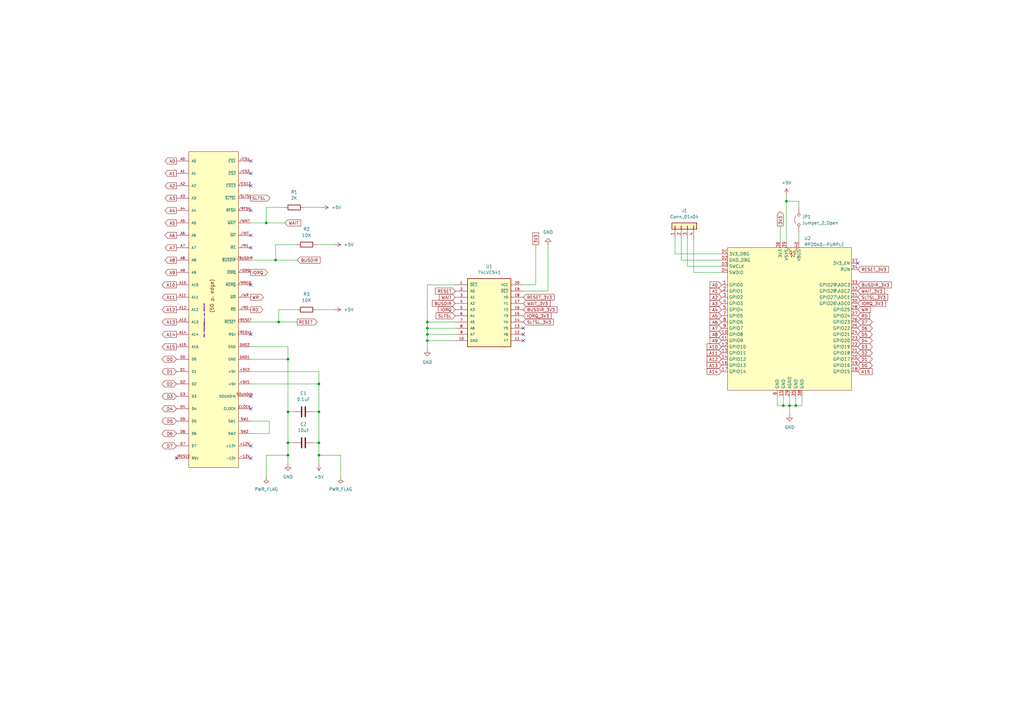
<source format=kicad_sch>
(kicad_sch (version 20231120) (generator "eeschema") (generator_version "8.0")
  (paper "A3")
  (title_block (title "MSX PicoVerse 2040") (date "2024-12-10") (rev "1.0") (company "The Retro Hacker") (comment 1 "Version connecting Pico GPIO pins directly to 5V") (comment 2 "Based on the ALIEXPRESS RP2040-PURPLE board") (comment 3 "The MSX experience driven by the RaspBerry Pico") (comment 4 "MSX PicoVerse 2040"))
  (lib_symbols
    (symbol "74LVC541AD_112:74LVC541AD_112" (pin_names (offset 1.016))
      (property "Reference" "IC" (at 24.13 7.62 0))
      (property "Value" "74LVC541AD_112" (at 24.13 5.08 0))
      (symbol "74LVC541AD_112_0_0"
        (rectangle (start 5.08 2.54) (end 22.86 -25.4) (stroke (width 0.254)) (fill (type background)))
        (pin bidirectional line (at 27.94 -22.86 180) (length 5.08) (name "Y7") (number "11"))
        (pin bidirectional line (at 27.94 -20.32 180) (length 5.08) (name "Y6") (number "12"))
        (pin bidirectional line (at 27.94 -17.78 180) (length 5.08) (name "Y5") (number "13"))
        (pin bidirectional line (at 27.94 -15.24 180) (length 5.08) (name "Y4") (number "14"))
        (pin bidirectional line (at 27.94 -12.7 180) (length 5.08) (name "Y3") (number "15"))
        (pin bidirectional line (at 27.94 -10.16 180) (length 5.08) (name "Y2") (number "16"))
        (pin bidirectional line (at 27.94 -7.62 180) (length 5.08) (name "Y1") (number "17"))
        (pin bidirectional line (at 27.94 -5.08 180) (length 5.08) (name "Y0") (number "18"))
        (pin bidirectional line (at 0 -2.54 0) (length 5.08) (name "A0") (number "2"))
        (pin bidirectional line (at 0 -5.08 0) (length 5.08) (name "A1") (number "3"))
        (pin bidirectional line (at 0 -7.62 0) (length 5.08) (name "A2") (number "4"))
        (pin bidirectional line (at 0 -10.16 0) (length 5.08) (name "A3") (number "5"))
        (pin bidirectional line (at 0 -12.7 0) (length 5.08) (name "A4") (number "6"))
        (pin bidirectional line (at 0 -15.24 0) (length 5.08) (name "A5") (number "7"))
        (pin bidirectional line (at 0 -17.78 0) (length 5.08) (name "A6") (number "8"))
        (pin bidirectional line (at 0 -20.32 0) (length 5.08) (name "A7") (number "9"))
      )
      (symbol "74LVC541AD_112_1_0"
        (pin passive line (at 0 0 0) (length 5.08) (name "~{OE1}") (number "1"))
        (pin power_in line (at 0 -22.86 0) (length 5.08) (name "GND") (number "10"))
        (pin passive line (at 27.94 -2.54 180) (length 5.08) (name "~{OE2}") (number "19"))
        (pin power_in line (at 27.94 0 180) (length 5.08) (name "VCC") (number "20"))
      )
    )
    (symbol "Connector_Generic:Conn_01x04" (pin_names (offset 1.016) hide)
      (property "Reference" "J" (at 0 5.08 0))
      (property "Value" "Conn_01x04" (at 0 -7.62 0))
      (symbol "Conn_01x04_1_1"
        (rectangle (start -1.27 -4.953) (end 0 -5.207) (stroke (width 0.1524)))
        (rectangle (start -1.27 -2.413) (end 0 -2.667) (stroke (width 0.1524)))
        (rectangle (start -1.27 0.127) (end 0 -0.127) (stroke (width 0.1524)))
        (rectangle (start -1.27 2.667) (end 0 2.413) (stroke (width 0.1524)))
        (rectangle (start -1.27 3.81) (end 1.27 -6.35) (stroke (width 0.254)) (fill (type background)))
        (pin passive line (at -5.08 2.54 0) (length 3.81) (name "Pin_1") (number "1"))
        (pin passive line (at -5.08 0 0) (length 3.81) (name "Pin_2") (number "2"))
        (pin passive line (at -5.08 -2.54 0) (length 3.81) (name "Pin_3") (number "3"))
        (pin passive line (at -5.08 -5.08 0) (length 3.81) (name "Pin_4") (number "4"))
      )
    )
    (symbol "Device:C" (pin_numbers hide) (pin_names (offset 0.254))
      (property "Reference" "C" (at 0.635 2.54 0))
      (property "Value" "C" (at 0.635 -2.54 0))
      (symbol "C_0_1"
        (polyline (pts (xy -2.032 -0.762) (xy 2.032 -0.762)) (stroke (width 0.508)))
        (polyline (pts (xy -2.032 0.762) (xy 2.032 0.762)) (stroke (width 0.508)))
      )
      (symbol "C_1_1"
        (pin passive line (at 0 3.81 270) (length 2.794) (name "~") (number "1"))
        (pin passive line (at 0 -3.81 90) (length 2.794) (name "~") (number "2"))
      )
    )
    (symbol "Device:R" (pin_numbers hide) (pin_names (offset 0))
      (property "Reference" "R" (at 2.032 0 90))
      (property "Value" "R" (at 0 0 90))
      (symbol "R_0_1"
        (rectangle (start -1.016 -2.54) (end 1.016 2.54) (stroke (width 0.254)))
      )
      (symbol "R_1_1"
        (pin passive line (at 0 3.81 270) (length 1.27) (name "~") (number "1"))
        (pin passive line (at 0 -3.81 90) (length 1.27) (name "~") (number "2"))
      )
    )
    (symbol "Jumper:Jumper_2_Open" (pin_numbers hide) (pin_names (offset 0) hide) (exclude_from_sim yes)
      (property "Reference" "JP" (at 0 2.794 0))
      (property "Value" "Jumper_2_Open" (at 0 -2.286 0))
      (symbol "Jumper_2_Open_0_0"
        (circle (center -2.032 0) (radius 0.508))
        (circle (center 2.032 0) (radius 0.508))
      )
      (symbol "Jumper_2_Open_0_1"
        (arc (start 1.524 1.27) (mid 0 1.778) (end -1.524 1.27))
      )
      (symbol "Jumper_2_Open_1_1"
        (pin passive line (at -5.08 0 0) (length 2.54) (name "A") (number "1"))
        (pin passive line (at 5.08 0 180) (length 2.54) (name "B") (number "2"))
      )
    )
    (symbol "RP2040-PURPLE:RP2040-PURPLE"
      (property "Reference" "U" (at 0 0 0))
      (symbol "RP2040-PURPLE_0_1"
        (polyline (pts (xy -1.27 27.94) (xy 0 27.305) (xy 0 25.4) (xy 0.635 25.4)))
        (polyline (pts (xy 0.635 25.4) (xy 1.905 26.67) (xy 1.905 24.13) (xy 0.635 25.4)))
        (polyline (pts (xy 3.81 27.94) (xy 2.54 27.305) (xy 2.54 25.4) (xy 1.905 25.4)))
        (polyline (pts (xy 0.381 26.416) (xy 0.381 26.67) (xy 0.635 26.67) (xy 0.635 24.13) (xy 0.889 24.13) (xy 0.889 24.384)))
      )
      (symbol "RP2040-PURPLE_1_1"
        (rectangle (start -25.4 27.94) (end 25.4 -30.48) (fill (type background)))
        (pin bidirectional line (at -27.94 12.7 0) (length 2.54) (name "GPIO0") (number "1"))
        (pin bidirectional line (at -27.94 -7.62 0) (length 2.54) (name "GPIO8") (number "10"))
        (pin bidirectional line (at -27.94 -10.16 0) (length 2.54) (name "GPIO9") (number "11"))
        (pin bidirectional line (at -27.94 -12.7 0) (length 2.54) (name "GPIO10") (number "12"))
        (pin bidirectional line (at -27.94 -15.24 0) (length 2.54) (name "GPIO11") (number "13"))
        (pin bidirectional line (at -27.94 -17.78 0) (length 2.54) (name "GPIO12") (number "14"))
        (pin power_in line (at -2.54 -33.02 90) (length 2.54) (name "GND") (number "15"))
        (pin bidirectional line (at -27.94 -20.32 0) (length 2.54) (name "GPIO13") (number "16"))
        (pin bidirectional line (at -27.94 -22.86 0) (length 2.54) (name "GPIO14") (number "17"))
        (pin bidirectional line (at 27.94 -22.86 180) (length 2.54) (name "GPIO15") (number "18"))
        (pin bidirectional line (at 27.94 -20.32 180) (length 2.54) (name "GPIO16") (number "19"))
        (pin bidirectional line (at -27.94 10.16 0) (length 2.54) (name "GPIO1") (number "2"))
        (pin bidirectional line (at 27.94 -17.78 180) (length 2.54) (name "GPIO17") (number "20"))
        (pin bidirectional line (at 27.94 -15.24 180) (length 2.54) (name "GPIO18") (number "21"))
        (pin bidirectional line (at 27.94 -12.7 180) (length 2.54) (name "GPIO19") (number "22"))
        (pin bidirectional line (at 27.94 -10.16 180) (length 2.54) (name "GPIO20") (number "23"))
        (pin bidirectional line (at 27.94 -7.62 180) (length 2.54) (name "GPIO21") (number "24"))
        (pin bidirectional line (at 27.94 -5.08 180) (length 2.54) (name "GPIO22") (number "25"))
        (pin bidirectional line (at 27.94 -2.54 180) (length 2.54) (name "GPIO23") (number "26"))
        (pin bidirectional line (at 27.94 0 180) (length 2.54) (name "GPIO24") (number "27"))
        (pin bidirectional line (at 27.94 2.54 180) (length 2.54) (name "GPIO25") (number "28"))
        (pin power_in line (at 0 -33.02 90) (length 2.54) (name "AGND") (number "29"))
        (pin bidirectional line (at -27.94 7.62 0) (length 2.54) (name "GPIO2") (number "3"))
        (pin bidirectional line (at 27.94 5.08 180) (length 2.54) (name "GPIO26\\ADC0") (number "30"))
        (pin bidirectional line (at 27.94 7.62 180) (length 2.54) (name "GPIO27\\ADC1") (number "31"))
        (pin bidirectional line (at 27.94 10.16 180) (length 2.54) (name "GPIO28\\ADC2") (number "32"))
        (pin bidirectional line (at 27.94 12.7 180) (length 2.54) (name "GPIO29\\ADC3") (number "33"))
        (pin input line (at 27.94 19.05 180) (length 2.54) (name "RUN") (number "34"))
        (pin power_in line (at 2.54 -33.02 90) (length 2.54) (name "GND") (number "35"))
        (pin power_out line (at -3.81 30.48 270) (length 2.54) (name "3V3") (number "36"))
        (pin input line (at 27.94 21.59 180) (length 2.54) (name "3V3_EN") (number "37"))
        (pin power_in line (at 5.08 -33.02 90) (length 2.54) (name "GND") (number "38"))
        (pin power_in line (at -1.27 30.48 270) (length 2.54) (name "VSYS") (number "39"))
        (pin bidirectional line (at -27.94 5.08 0) (length 2.54) (name "GPIO3") (number "4"))
        (pin power_out line (at 3.81 30.48 270) (length 2.54) (name "VBUS") (number "40"))
        (pin bidirectional line (at -27.94 2.54 0) (length 2.54) (name "GPIO4") (number "5"))
        (pin power_in line (at -5.08 -33.02 90) (length 2.54) (name "GND") (number "6"))
        (pin bidirectional line (at -27.94 0 0) (length 2.54) (name "GPIO5") (number "7"))
        (pin bidirectional line (at -27.94 -2.54 0) (length 2.54) (name "GPIO6") (number "8"))
        (pin bidirectional line (at -27.94 -5.08 0) (length 2.54) (name "GPIO7") (number "9"))
        (pin power_out line (at -27.94 25.4 0) (length 2.54) (name "3V3_DBG") (number "D1"))
        (pin power_in line (at -27.94 22.86 0) (length 2.54) (name "GND_DBG") (number "D2"))
        (pin input line (at -27.94 20.32 0) (length 2.54) (name "SWCLK") (number "D3"))
        (pin bidirectional line (at -27.94 17.78 0) (length 2.54) (name "SWDIO") (number "D4"))
      )
    )
    (symbol "msx-con:MSX_CON" (pin_names (offset 1.016))
      (symbol "MSX_CON_1_0"
        (rectangle (start -59.69 10.16) (end 69.85 -10.16) (fill (type background)))
        (text "(50 p. edge)" (at 10.7442 0.7112 0) (effects (font (size 1.4224 1.4224))))
      )
      (symbol "MSX_CON_1_1"
        (pin power_out line (at -50.8 -15.24 90) (length 5.08) (name "+12V") (number "+12V"))
        (pin power_in line (at -25.4 -15.24 90) (length 5.08) (name "+5V") (number "+5V1"))
        (pin power_in line (at -20.32 -15.24 90) (length 5.08) (name "+5V") (number "+5V2"))
        (pin power_out line (at -55.88 -15.24 90) (length 5.08) (name "-12V") (number "-12V"))
        (pin input line (at 25.4 -15.24 90) (length 5.08) (name "~{BUSDIR}") (number "/BUSDIR"))
        (pin output line (at 66.04 -15.24 90) (length 5.08) (name "~{CS1}") (number "/CS1"))
        (pin output line (at 55.88 -15.24 90) (length 5.08) (name "~{CS12}") (number "/CS12"))
        (pin output line (at 60.96 -15.24 90) (length 5.08) (name "~{CS2}") (number "/CS2"))
        (pin input line (at 35.56 -15.24 90) (length 5.08) (name "~{INT}") (number "/INT"))
        (pin output line (at 20.32 -15.24 90) (length 5.08) (name "~{IORQ}") (number "/IORQ"))
        (pin output line (at 30.48 -15.24 90) (length 5.08) (name "~{M1}") (number "/M1"))
        (pin output line (at 15.24 -15.24 90) (length 5.08) (name "~{MERQ}") (number "/MREQ"))
        (pin output line (at 5.08 -15.24 90) (length 5.08) (name "~{RD}") (number "/RD"))
        (pin output line (at 0 -15.24 90) (length 5.08) (name "~{RESET}") (number "/RESET"))
        (pin unspecified line (at -5.08 -15.24 90) (length 5.08) (name "RSV") (number "/RESV1"))
        (pin unspecified line (at -55.88 15.24 270) (length 5.08) (name "RSV") (number "/RESV2"))
        (pin output line (at 45.72 -15.24 90) (length 5.08) (name "~{RFSH}") (number "/RFSH"))
        (pin output line (at 50.8 -15.24 90) (length 5.08) (name "~{SLTSL}") (number "/SLTSL"))
        (pin input line (at 40.64 -15.24 90) (length 5.08) (name "~{WAIT}") (number "/WAIT"))
        (pin output line (at 10.16 -15.24 90) (length 5.08) (name "~{WR}") (number "/WR"))
        (pin output line (at 66.04 15.24 270) (length 5.08) (name "A0") (number "A0"))
        (pin output line (at 60.96 15.24 270) (length 5.08) (name "A1") (number "A1"))
        (pin output line (at 15.24 15.24 270) (length 5.08) (name "A10") (number "A10"))
        (pin output line (at 10.16 15.24 270) (length 5.08) (name "A11") (number "A11"))
        (pin output line (at 5.08 15.24 270) (length 5.08) (name "A12") (number "A12"))
        (pin output line (at 0 15.24 270) (length 5.08) (name "A13") (number "A13"))
        (pin output line (at -5.08 15.24 270) (length 5.08) (name "A14") (number "A14"))
        (pin output line (at -10.16 15.24 270) (length 5.08) (name "A15") (number "A15"))
        (pin output line (at 55.88 15.24 270) (length 5.08) (name "A2") (number "A2"))
        (pin output line (at 50.8 15.24 270) (length 5.08) (name "A3") (number "A3"))
        (pin output line (at 45.72 15.24 270) (length 5.08) (name "A4") (number "A4"))
        (pin output line (at 40.64 15.24 270) (length 5.08) (name "A5") (number "A5"))
        (pin output line (at 35.56 15.24 270) (length 5.08) (name "A6") (number "A6"))
        (pin output line (at 30.48 15.24 270) (length 5.08) (name "A7") (number "A7"))
        (pin output line (at 25.4 15.24 270) (length 5.08) (name "A8") (number "A8"))
        (pin output line (at 20.32 15.24 270) (length 5.08) (name "A9") (number "A9"))
        (pin output line (at -35.56 -15.24 90) (length 5.08) (name "CLOCK") (number "CLOCK"))
        (pin bidirectional line (at -15.24 15.24 270) (length 5.08) (name "D0") (number "D0"))
        (pin bidirectional line (at -20.32 15.24 270) (length 5.08) (name "D1") (number "D1"))
        (pin bidirectional line (at -25.4 15.24 270) (length 5.08) (name "D2") (number "D2"))
        (pin bidirectional line (at -30.48 15.24 270) (length 5.08) (name "D3") (number "D3"))
        (pin bidirectional line (at -35.56 15.24 270) (length 5.08) (name "D4") (number "D4"))
        (pin bidirectional line (at -40.64 15.24 270) (length 5.08) (name "D5") (number "D5"))
        (pin bidirectional line (at -45.72 15.24 270) (length 5.08) (name "D6") (number "D6"))
        (pin bidirectional line (at -50.8 15.24 270) (length 5.08) (name "D7") (number "D7"))
        (pin power_in line (at -15.24 -15.24 90) (length 5.08) (name "GND") (number "GND1"))
        (pin power_in line (at -10.16 -15.24 90) (length 5.08) (name "GND") (number "GND2"))
        (pin input line (at -30.48 -15.24 90) (length 5.08) (name "SOUNDIN") (number "SOUNDIN"))
        (pin passive line (at -40.64 -15.24 90) (length 5.08) (name "SW1") (number "SW1"))
        (pin passive line (at -45.72 -15.24 90) (length 5.08) (name "SW2") (number "SW2"))
      )
    )
    (symbol "power:+5V" (power) (pin_numbers hide) (pin_names (offset 0) hide)
      (property "Value" "+5V" (at 0 3.556 0))
      (symbol "+5V_0_1"
        (polyline (pts (xy -0.762 1.27) (xy 0 2.54)))
        (polyline (pts (xy 0 0) (xy 0 2.54)))
        (polyline (pts (xy 0 2.54) (xy 0.762 1.27)))
      )
      (symbol "+5V_1_1"
        (pin power_in line (at 0 0 90) (length 0) (name "~") (number "1"))
      )
    )
    (symbol "power:GND" (power) (pin_numbers hide) (pin_names (offset 0) hide)
      (property "Value" "GND" (at 0 -3.81 0))
      (symbol "GND_0_1"
        (polyline (pts (xy 0 0) (xy 0 -1.27) (xy 1.27 -1.27) (xy 0 -2.54) (xy -1.27 -1.27) (xy 0 -1.27)))
      )
      (symbol "GND_1_1"
        (pin power_in line (at 0 0 270) (length 0) (name "~") (number "1"))
      )
    )
    (symbol "power:PWR_FLAG" (power) (pin_numbers hide) (pin_names (offset 0) hide)
      (property "Value" "PWR_FLAG" (at 0 3.81 0))
      (symbol "PWR_FLAG_0_0"
        (pin power_out line (at 0 0 90) (length 0) (name "~") (number "1"))
      )
      (symbol "PWR_FLAG_0_1"
        (polyline (pts (xy 0 0) (xy 0 1.27) (xy -1.016 1.905) (xy 0 2.54) (xy 1.016 1.905) (xy 0 1.27)))
      )
    )
  )
  (junction (at 118.11 181.61))
  (junction (at 321.31 166.37))
  (junction (at 118.11 147.32))
  (junction (at 175.26 139.7))
  (junction (at 322.58 82.55))
  (junction (at 175.26 132.08))
  (junction (at 323.85 166.37))
  (junction (at 118.11 168.91))
  (junction (at 175.26 137.16))
  (junction (at 130.81 157.48))
  (junction (at 130.81 181.61))
  (junction (at 130.81 186.69))
  (junction (at 326.39 166.37))
  (junction (at 113.03 106.68))
  (junction (at 130.81 168.91))
  (junction (at 118.11 186.69))
  (junction (at 109.22 91.44))
  (junction (at 114.3 132.08))
  (junction (at 175.26 134.62))
  (no_connect (at 102.87 137.16))
  (no_connect (at 72.39 187.96))
  (no_connect (at 102.87 167.64))
  (no_connect (at 102.87 66.04))
  (no_connect (at 214.63 139.7))
  (no_connect (at 102.87 96.52))
  (no_connect (at 102.87 71.12))
  (no_connect (at 214.63 134.62))
  (no_connect (at 102.87 116.84))
  (no_connect (at 102.87 162.56))
  (no_connect (at 102.87 101.6))
  (no_connect (at 102.87 187.96))
  (no_connect (at 102.87 86.36))
  (no_connect (at 102.87 76.2))
  (no_connect (at 102.87 182.88))
  (no_connect (at 214.63 137.16))
  (no_connect (at 351.79 107.95))
  (wire (pts (xy 323.85 162.56) (xy 323.85 166.37)))
  (wire (pts (xy 130.81 181.61) (xy 130.81 186.69)))
  (wire (pts (xy 118.11 142.24) (xy 118.11 147.32)))
  (wire (pts (xy 102.87 152.4) (xy 130.81 152.4)))
  (wire (pts (xy 284.48 97.79) (xy 284.48 111.76)))
  (wire (pts (xy 116.84 85.09) (xy 109.22 85.09)))
  (wire (pts (xy 175.26 137.16) (xy 186.69 137.16)))
  (wire (pts (xy 328.93 162.56) (xy 328.93 166.37)))
  (wire (pts (xy 279.4 97.79) (xy 279.4 106.68)))
  (wire (pts (xy 114.3 132.08) (xy 121.92 132.08)))
  (wire (pts (xy 175.26 116.84) (xy 186.69 116.84)))
  (wire (pts (xy 318.77 162.56) (xy 318.77 166.37)))
  (wire (pts (xy 113.03 106.68) (xy 121.92 106.68)))
  (wire (pts (xy 129.54 127) (xy 137.16 127)))
  (wire (pts (xy 121.92 127) (xy 114.3 127)))
  (wire (pts (xy 121.92 100.33) (xy 113.03 100.33)))
  (wire (pts (xy 219.71 116.84) (xy 219.71 100.33)))
  (wire (pts (xy 102.87 142.24) (xy 118.11 142.24)))
  (wire (pts (xy 214.63 116.84) (xy 219.71 116.84)))
  (wire (pts (xy 118.11 147.32) (xy 118.11 168.91)))
  (wire (pts (xy 139.7 186.69) (xy 130.81 186.69)))
  (wire (pts (xy 110.49 177.8) (xy 102.87 177.8)))
  (wire (pts (xy 175.26 132.08) (xy 186.69 132.08)))
  (wire (pts (xy 102.87 147.32) (xy 118.11 147.32)))
  (wire (pts (xy 327.66 82.55) (xy 322.58 82.55)))
  (wire (pts (xy 130.81 168.91) (xy 130.81 181.61)))
  (wire (pts (xy 175.26 132.08) (xy 175.26 134.62)))
  (wire (pts (xy 102.87 172.72) (xy 110.49 172.72)))
  (wire (pts (xy 328.93 166.37) (xy 326.39 166.37)))
  (wire (pts (xy 175.26 139.7) (xy 186.69 139.7)))
  (wire (pts (xy 214.63 119.38) (xy 224.79 119.38)))
  (wire (pts (xy 118.11 168.91) (xy 118.11 181.61)))
  (wire (pts (xy 321.31 166.37) (xy 323.85 166.37)))
  (wire (pts (xy 130.81 186.69) (xy 130.81 190.5)))
  (wire (pts (xy 128.27 181.61) (xy 130.81 181.61)))
  (wire (pts (xy 327.66 95.25) (xy 327.66 99.06)))
  (wire (pts (xy 113.03 100.33) (xy 113.03 106.68)))
  (wire (pts (xy 175.26 143.51) (xy 175.26 139.7)))
  (wire (pts (xy 279.4 106.68) (xy 295.91 106.68)))
  (wire (pts (xy 124.46 85.09) (xy 132.08 85.09)))
  (wire (pts (xy 130.81 157.48) (xy 130.81 168.91)))
  (wire (pts (xy 109.22 85.09) (xy 109.22 91.44)))
  (wire (pts (xy 102.87 91.44) (xy 109.22 91.44)))
  (wire (pts (xy 129.54 100.33) (xy 137.16 100.33)))
  (wire (pts (xy 114.3 127) (xy 114.3 132.08)))
  (wire (pts (xy 102.87 132.08) (xy 114.3 132.08)))
  (wire (pts (xy 109.22 91.44) (xy 116.84 91.44)))
  (wire (pts (xy 322.58 82.55) (xy 322.58 99.06)))
  (wire (pts (xy 327.66 85.09) (xy 327.66 82.55)))
  (wire (pts (xy 109.22 186.69) (xy 118.11 186.69)))
  (wire (pts (xy 118.11 186.69) (xy 118.11 190.5)))
  (wire (pts (xy 321.31 162.56) (xy 321.31 166.37)))
  (wire (pts (xy 130.81 152.4) (xy 130.81 157.48)))
  (wire (pts (xy 139.7 195.58) (xy 139.7 186.69)))
  (wire (pts (xy 102.87 157.48) (xy 130.81 157.48)))
  (wire (pts (xy 320.04 92.71) (xy 320.04 99.06)))
  (wire (pts (xy 118.11 168.91) (xy 120.65 168.91)))
  (wire (pts (xy 323.85 166.37) (xy 323.85 170.18)))
  (wire (pts (xy 276.86 104.14) (xy 295.91 104.14)))
  (wire (pts (xy 175.26 137.16) (xy 175.26 139.7)))
  (wire (pts (xy 322.58 80.01) (xy 322.58 82.55)))
  (wire (pts (xy 109.22 195.58) (xy 109.22 186.69)))
  (wire (pts (xy 175.26 134.62) (xy 186.69 134.62)))
  (wire (pts (xy 224.79 119.38) (xy 224.79 100.33)))
  (wire (pts (xy 326.39 162.56) (xy 326.39 166.37)))
  (wire (pts (xy 276.86 97.79) (xy 276.86 104.14)))
  (wire (pts (xy 110.49 172.72) (xy 110.49 177.8)))
  (wire (pts (xy 326.39 166.37) (xy 323.85 166.37)))
  (wire (pts (xy 318.77 166.37) (xy 321.31 166.37)))
  (wire (pts (xy 118.11 181.61) (xy 120.65 181.61)))
  (wire (pts (xy 281.94 109.22) (xy 295.91 109.22)))
  (wire (pts (xy 284.48 111.76) (xy 295.91 111.76)))
  (wire (pts (xy 118.11 181.61) (xy 118.11 186.69)))
  (wire (pts (xy 175.26 134.62) (xy 175.26 137.16)))
  (wire (pts (xy 102.87 106.68) (xy 113.03 106.68)))
  (wire (pts (xy 128.27 168.91) (xy 130.81 168.91)))
  (wire (pts (xy 175.26 116.84) (xy 175.26 132.08)))
  (wire (pts (xy 281.94 97.79) (xy 281.94 109.22)))
  (global_label "A1" (shape output) (at 72.39 71.12 180) (property "Intersheetrefs" "${INTERSHEET_REFS}" (effects (hide yes))))
  (global_label "D2" (shape bidirectional) (at 72.39 157.48 180) (property "Intersheetrefs" "${INTERSHEET_REFS}" (effects (hide yes))))
  (global_label "D3" (shape bidirectional) (at 72.39 162.56 180) (property "Intersheetrefs" "${INTERSHEET_REFS}" (effects (hide yes))))
  (global_label "A8" (shape input) (at 295.91 137.16 180) (property "Intersheetrefs" "${INTERSHEET_REFS}" (effects (hide yes))))
  (global_label "WAIT" (shape input) (at 116.84 91.44 0) (property "Intersheetrefs" "${INTERSHEET_REFS}" (effects (hide yes))))
  (global_label "A4" (shape input) (at 295.91 127 180) (property "Intersheetrefs" "${INTERSHEET_REFS}" (effects (hide yes))))
  (global_label "D2" (shape bidirectional) (at 351.79 144.78 0) (property "Intersheetrefs" "${INTERSHEET_REFS}" (effects (hide yes))))
  (global_label "RESET" (shape input) (at 186.69 119.38 180) (property "Intersheetrefs" "${INTERSHEET_REFS}" (effects (hide yes))))
  (global_label "A15" (shape output) (at 72.39 142.24 180) (property "Intersheetrefs" "${INTERSHEET_REFS}" (effects (hide yes))))
  (global_label "A3" (shape input) (at 295.91 124.46 180) (property "Intersheetrefs" "${INTERSHEET_REFS}" (effects (hide yes))))
  (global_label "D1" (shape bidirectional) (at 351.79 147.32 0) (property "Intersheetrefs" "${INTERSHEET_REFS}" (effects (hide yes))))
  (global_label "A5" (shape input) (at 295.91 129.54 180) (property "Intersheetrefs" "${INTERSHEET_REFS}" (effects (hide yes))))
  (global_label "A6" (shape output) (at 72.39 96.52 180) (property "Intersheetrefs" "${INTERSHEET_REFS}" (effects (hide yes))))
  (global_label "RD" (shape input) (at 351.79 129.54 0) (property "Intersheetrefs" "${INTERSHEET_REFS}" (effects (hide yes))))
  (global_label "D6" (shape bidirectional) (at 351.79 134.62 0) (property "Intersheetrefs" "${INTERSHEET_REFS}" (effects (hide yes))))
  (global_label "A7" (shape output) (at 72.39 101.6 180) (property "Intersheetrefs" "${INTERSHEET_REFS}" (effects (hide yes))))
  (global_label "A12" (shape input) (at 295.91 147.32 180) (property "Intersheetrefs" "${INTERSHEET_REFS}" (effects (hide yes))))
  (global_label "A13" (shape output) (at 72.39 132.08 180) (property "Intersheetrefs" "${INTERSHEET_REFS}" (effects (hide yes))))
  (global_label "A0" (shape input) (at 295.91 116.84 180) (property "Intersheetrefs" "${INTERSHEET_REFS}" (effects (hide yes))))
  (global_label "WAIT" (shape input) (at 186.69 121.92 180) (property "Intersheetrefs" "${INTERSHEET_REFS}" (effects (hide yes))))
  (global_label "A1" (shape input) (at 295.91 119.38 180) (property "Intersheetrefs" "${INTERSHEET_REFS}" (effects (hide yes))))
  (global_label "RESET" (shape output) (at 121.92 132.08 0) (property "Intersheetrefs" "${INTERSHEET_REFS}" (effects (hide yes))))
  (global_label "IORQ" (shape input) (at 186.69 127 180) (property "Intersheetrefs" "${INTERSHEET_REFS}" (effects (hide yes))))
  (global_label "BUSDIR" (shape input) (at 186.69 124.46 180) (property "Intersheetrefs" "${INTERSHEET_REFS}" (effects (hide yes))))
  (global_label "BUSDIR_3V3" (shape input) (at 214.63 127 0) (property "Intersheetrefs" "${INTERSHEET_REFS}" (effects (hide yes))))
  (global_label "A5" (shape output) (at 72.39 91.44 180) (property "Intersheetrefs" "${INTERSHEET_REFS}" (effects (hide yes))))
  (global_label "WR" (shape output) (at 102.87 121.92 0) (property "Intersheetrefs" "${INTERSHEET_REFS}" (effects (hide yes))))
  (global_label "SLTSL" (shape output) (at 102.87 81.28 0) (property "Intersheetrefs" "${INTERSHEET_REFS}" (effects (hide yes))))
  (global_label "SLTSL" (shape input) (at 186.69 129.54 180) (property "Intersheetrefs" "${INTERSHEET_REFS}" (effects (hide yes))))
  (global_label "A3" (shape output) (at 72.39 81.28 180) (property "Intersheetrefs" "${INTERSHEET_REFS}" (effects (hide yes))))
  (global_label "BUSDIR" (shape input) (at 121.92 106.68 0) (property "Intersheetrefs" "${INTERSHEET_REFS}" (effects (hide yes))))
  (global_label "WAIT_3V3" (shape input) (at 214.63 124.46 0) (property "Intersheetrefs" "${INTERSHEET_REFS}" (effects (hide yes))))
  (global_label "D0" (shape bidirectional) (at 72.39 147.32 180) (property "Intersheetrefs" "${INTERSHEET_REFS}" (effects (hide yes))))
  (global_label "A2" (shape input) (at 295.91 121.92 180) (property "Intersheetrefs" "${INTERSHEET_REFS}" (effects (hide yes))))
  (global_label "IORQ" (shape output) (at 102.87 111.76 0) (property "Intersheetrefs" "${INTERSHEET_REFS}" (effects (hide yes))))
  (global_label "A11" (shape input) (at 295.91 144.78 180) (property "Intersheetrefs" "${INTERSHEET_REFS}" (effects (hide yes))))
  (global_label "A14" (shape input) (at 295.91 152.4 180) (property "Intersheetrefs" "${INTERSHEET_REFS}" (effects (hide yes))))
  (global_label "BUSDIR_3V3" (shape input) (at 351.79 116.84 0) (property "Intersheetrefs" "${INTERSHEET_REFS}" (effects (hide yes))))
  (global_label "WAIT_3V3" (shape input) (at 351.79 119.38 0) (property "Intersheetrefs" "${INTERSHEET_REFS}" (effects (hide yes))))
  (global_label "A0" (shape output) (at 72.39 66.04 180) (property "Intersheetrefs" "${INTERSHEET_REFS}" (effects (hide yes))))
  (global_label "A8" (shape output) (at 72.39 106.68 180) (property "Intersheetrefs" "${INTERSHEET_REFS}" (effects (hide yes))))
  (global_label "SLTSL_3V3" (shape input) (at 214.63 132.08 0) (property "Intersheetrefs" "${INTERSHEET_REFS}" (effects (hide yes))))
  (global_label "IORQ_3V3" (shape input) (at 214.63 129.54 0) (property "Intersheetrefs" "${INTERSHEET_REFS}" (effects (hide yes))))
  (global_label "D3" (shape bidirectional) (at 351.79 142.24 0) (property "Intersheetrefs" "${INTERSHEET_REFS}" (effects (hide yes))))
  (global_label "RESET_3V3" (shape input) (at 214.63 121.92 0) (property "Intersheetrefs" "${INTERSHEET_REFS}" (effects (hide yes))))
  (global_label "D4" (shape bidirectional) (at 351.79 139.7 0) (property "Intersheetrefs" "${INTERSHEET_REFS}" (effects (hide yes))))
  (global_label "3V3" (shape passive) (at 219.71 100.33 90) (property "Intersheetrefs" "${INTERSHEET_REFS}" (effects (hide yes))))
  (global_label "WR" (shape input) (at 351.79 127 0) (property "Intersheetrefs" "${INTERSHEET_REFS}" (effects (hide yes))))
  (global_label "A6" (shape input) (at 295.91 132.08 180) (property "Intersheetrefs" "${INTERSHEET_REFS}" (effects (hide yes))))
  (global_label "RD" (shape output) (at 102.87 127 0) (property "Intersheetrefs" "${INTERSHEET_REFS}" (effects (hide yes))))
  (global_label "D4" (shape bidirectional) (at 72.39 167.64 180) (property "Intersheetrefs" "${INTERSHEET_REFS}" (effects (hide yes))))
  (global_label "RESET_3V3" (shape input) (at 351.79 110.49 0) (property "Intersheetrefs" "${INTERSHEET_REFS}" (effects (hide yes))))
  (global_label "3V3" (shape output) (at 320.04 92.71 90) (property "Intersheetrefs" "${INTERSHEET_REFS}" (effects (hide yes))))
  (global_label "A11" (shape output) (at 72.39 121.92 180) (property "Intersheetrefs" "${INTERSHEET_REFS}" (effects (hide yes))))
  (global_label "A4" (shape output) (at 72.39 86.36 180) (property "Intersheetrefs" "${INTERSHEET_REFS}" (effects (hide yes))))
  (global_label "A10" (shape input) (at 295.91 142.24 180) (property "Intersheetrefs" "${INTERSHEET_REFS}" (effects (hide yes))))
  (global_label "A12" (shape output) (at 72.39 127 180) (property "Intersheetrefs" "${INTERSHEET_REFS}" (effects (hide yes))))
  (global_label "A15" (shape input) (at 351.79 152.4 0) (property "Intersheetrefs" "${INTERSHEET_REFS}" (effects (hide yes))))
  (global_label "D1" (shape bidirectional) (at 72.39 152.4 180) (property "Intersheetrefs" "${INTERSHEET_REFS}" (effects (hide yes))))
  (global_label "A7" (shape input) (at 295.91 134.62 180) (property "Intersheetrefs" "${INTERSHEET_REFS}" (effects (hide yes))))
  (global_label "D5" (shape bidirectional) (at 351.79 137.16 0) (property "Intersheetrefs" "${INTERSHEET_REFS}" (effects (hide yes))))
  (global_label "D0" (shape bidirectional) (at 351.79 149.86 0) (property "Intersheetrefs" "${INTERSHEET_REFS}" (effects (hide yes))))
  (global_label "A2" (shape output) (at 72.39 76.2 180) (property "Intersheetrefs" "${INTERSHEET_REFS}" (effects (hide yes))))
  (global_label "SLTSL_3V3" (shape input) (at 351.79 121.92 0) (property "Intersheetrefs" "${INTERSHEET_REFS}" (effects (hide yes))))
  (global_label "A10" (shape output) (at 72.39 116.84 180) (property "Intersheetrefs" "${INTERSHEET_REFS}" (effects (hide yes))))
  (global_label "D7" (shape bidirectional) (at 351.79 132.08 0) (property "Intersheetrefs" "${INTERSHEET_REFS}" (effects (hide yes))))
  (global_label "A14" (shape output) (at 72.39 137.16 180) (property "Intersheetrefs" "${INTERSHEET_REFS}" (effects (hide yes))))
  (global_label "A9" (shape output) (at 72.39 111.76 180) (property "Intersheetrefs" "${INTERSHEET_REFS}" (effects (hide yes))))
  (global_label "A13" (shape input) (at 295.91 149.86 180) (property "Intersheetrefs" "${INTERSHEET_REFS}" (effects (hide yes))))
  (global_label "D6" (shape bidirectional) (at 72.39 177.8 180) (property "Intersheetrefs" "${INTERSHEET_REFS}" (effects (hide yes))))
  (global_label "D7" (shape bidirectional) (at 72.39 182.88 180) (property "Intersheetrefs" "${INTERSHEET_REFS}" (effects (hide yes))))
  (global_label "A9" (shape input) (at 295.91 139.7 180) (property "Intersheetrefs" "${INTERSHEET_REFS}" (effects (hide yes))))
  (global_label "D5" (shape bidirectional) (at 72.39 172.72 180) (property "Intersheetrefs" "${INTERSHEET_REFS}" (effects (hide yes))))
  (global_label "IORQ_3V3" (shape input) (at 351.79 124.46 0) (property "Intersheetrefs" "${INTERSHEET_REFS}" (effects (hide yes))))
  (symbol (lib_id "power:GND") (at 175.26 143.51 0) (unit 1)
    (property "Reference" "#PWR05" (effects (hide yes)))
    (property "Value" "GND" (at 175.26 148.59 0))
    (property "Description" "Power symbol creates a global label with name \"GND\" , ground" (effects (hide yes)))
  )
  (symbol (lib_id "power:PWR_FLAG") (at 109.22 195.58 180) (unit 1)
    (property "Reference" "#FLG01" (effects (hide yes)))
    (property "Value" "PWR_FLAG" (at 109.22 200.66 0))
    (property "Description" "Special symbol for telling ERC where power comes from" (effects (hide yes)))
  )
  (symbol (lib_id "Connector_Generic:Conn_01x04") (at 279.4 92.71 90) (unit 1)
    (property "Reference" "J1" (at 280.67 86.36 90))
    (property "Value" "Conn_01x04" (at 280.67 88.9 90))
    (property "Footprint" "Connector_PinHeader_2.54mm:PinHeader_1x04_P2.54mm_Vertical" (effects (hide yes)))
    (property "Description" "Generic connector, single row, 01x04, script generated (kicad-library-utils/schlib/autogen/connector/)" (effects (hide yes)))
  )
  (symbol (lib_id "power:+5V") (at 130.81 190.5 180) (unit 1)
    (property "Reference" "#PWR02" (effects (hide yes)))
    (property "Value" "+5V" (at 130.81 195.58 0))
    (property "Description" "Power symbol creates a global label with name \"+5V\"" (effects (hide yes)))
  )
  (symbol (lib_id "power:+5V") (at 137.16 100.33 270) (unit 1)
    (property "Reference" "#PWR09" (effects (hide yes)))
    (property "Value" "+5V" (at 140.97 100.3299 90) (effects (justify left)))
    (property "Description" "Power symbol creates a global label with name \"+5V\"" (effects (hide yes)))
  )
  (symbol (lib_id "power:PWR_FLAG") (at 139.7 195.58 180) (unit 1)
    (property "Reference" "#FLG02" (effects (hide yes)))
    (property "Value" "PWR_FLAG" (at 139.7 200.66 0))
    (property "Description" "Special symbol for telling ERC where power comes from" (effects (hide yes)))
  )
  (symbol (lib_id "power:GND") (at 323.85 170.18 0) (unit 1)
    (property "Reference" "#PWR08" (effects (hide yes)))
    (property "Value" "GND" (at 323.85 175.26 0))
    (property "Description" "Power symbol creates a global label with name \"GND\" , ground" (effects (hide yes)))
  )
  (symbol (lib_id "power:GND") (at 224.79 100.33 180) (unit 1)
    (property "Reference" "#PWR06" (effects (hide yes)))
    (property "Value" "GND" (at 224.79 95.25 0))
    (property "Description" "Power symbol creates a global label with name \"GND\" , ground" (effects (hide yes)))
  )
  (symbol (lib_id "msx-con:MSX_CON") (at 87.63 132.08 90) (unit 1)
    (property "Reference" "EDG1" (effects (hide yes)))
    (property "Value" "MSX_CON" (effects (hide yes)))
    (property "Footprint" "MSX-PICOVERSE:msx-con-MSXCART" (at 83.82 131.318 0) (effects (font (size 0.508 0.508))))
  )
  (symbol (lib_id "RP2040-PURPLE:RP2040-PURPLE") (at 323.85 129.54 0) (unit 1)
    (property "Reference" "U2" (at 329.8541 97.79 0) (effects (justify left)))
    (property "Value" "RP2040-PURPLE" (at 329.8541 100.33 0) (effects (justify left)))
    (property "Footprint" "MSX-PICOVERSE:RP2040-PURPLE" (effects (hide yes)))
  )
  (symbol (lib_id "power:+5V") (at 137.16 127 270) (unit 1)
    (property "Reference" "#PWR04" (effects (hide yes)))
    (property "Value" "+5V" (at 140.97 126.9999 90) (effects (justify left)))
    (property "Description" "Power symbol creates a global label with name \"+5V\"" (effects (hide yes)))
  )
  (symbol (lib_id "power:GND") (at 118.11 190.5 0) (unit 1)
    (property "Reference" "#PWR01" (effects (hide yes)))
    (property "Value" "GND" (at 118.11 195.58 0))
    (property "Description" "Power symbol creates a global label with name \"GND\" , ground" (effects (hide yes)))
  )
  (symbol (lib_id "Device:R") (at 120.65 85.09 90) (unit 1)
    (property "Reference" "R1" (at 120.65 78.74 90))
    (property "Value" "2K" (at 120.65 81.28 90))
    (property "Footprint" "Resistor_SMD:R_0603_1608Metric_Pad0.98x0.95mm_HandSolder" (effects (hide yes)))
    (property "Description" "Resistor" (effects (hide yes)))
  )
  (symbol (lib_id "Device:C") (at 124.46 181.61 90) (unit 1)
    (property "Reference" "C2" (at 124.46 173.99 90))
    (property "Value" "10uF" (at 124.46 176.53 90))
    (property "Footprint" "Capacitor_SMD:C_0603_1608Metric_Pad1.08x0.95mm_HandSolder" (effects (hide yes)))
    (property "Description" "Unpolarized capacitor" (effects (hide yes)))
  )
  (symbol (lib_id "74LVC541AD_112:74LVC541AD_112") (at 186.69 116.84 0) (unit 1)
    (property "Reference" "U1" (at 200.66 109.22 0))
    (property "Value" "74LVC541" (at 200.66 111.76 0))
    (property "Footprint" "MSX-PICOVERSE:SOIC127P1032X265-20N" (effects (hide yes)))
    (property "Description" "74LVC541A - Octal buffer/line driver with 5 V tolerant inputs/outputs; 3-state@en-us" (effects (hide yes)))
    (property "MANUFACTURER_NAME" "Nexperia" (effects (hide yes)))
    (property "MF" "Nexperia" (effects (hide yes)))
    (property "MOUSER_PRICE-STOCK" "https://www.mouser.co.uk/ProductDetail/Nexperia/74LVC541AD112?qs=me8TqzrmIYVWbZnq1y5wRg%3D%3D" (effects (hide yes)))
    (property "DESCRIPTION" "74LVC541A - Octal buffer/line driver with 5 V tolerant inputs/outputs; 3-state@en-us" (effects (hide yes)))
    (property "MOUSER_PART_NUMBER" "771-LVC541AD112" (effects (hide yes)))
    (property "Price" "None" (effects (hide yes)))
    (property "Package" "SO20-20 Nexperia USA Inc." (effects (hide yes)))
    (property "Check_prices" "https://www.snapeda.com/parts/74LVC541AD,112/Nexperia/view-part/?ref=eda" (effects (hide yes)))
    (property "HEIGHT" "2.65mm" (effects (hide yes)))
    (property "MP" "74LVC541AD,112" (effects (hide yes)))
    (property "SnapEDA_Link" "https://www.snapeda.com/parts/74LVC541AD,112/Nexperia/view-part/?ref=snap" (effects (hide yes)))
    (property "ARROW_PRICE-STOCK" "https://www.arrow.com/en/products/74lvc541ad112/nexperia" (effects (hide yes)))
    (property "ARROW_PART_NUMBER" "74LVC541AD,112" (effects (hide yes)))
    (property "Description_1" "\n                        \n                            74LVC541A - Octal buffer/line driver with 5 V tolerant inputs/outputs; 3-state\n                        \n" (effects (hide yes)))
    (property "Availability" "In Stock" (effects (hide yes)))
    (property "MANUFACTURER_PART_NUMBER" "74LVC541AD,112" (effects (hide yes)))
  )
  (symbol (lib_id "power:+5V") (at 322.58 80.01 0) (unit 1)
    (property "Reference" "#PWR07" (effects (hide yes)))
    (property "Value" "+5V" (at 322.58 74.93 0))
    (property "Description" "Power symbol creates a global label with name \"+5V\"" (effects (hide yes)))
  )
  (symbol (lib_id "Device:R") (at 125.73 127 90) (unit 1)
    (property "Reference" "R3" (at 125.73 120.65 90))
    (property "Value" "10K" (at 125.73 123.19 90))
    (property "Footprint" "Resistor_SMD:R_0603_1608Metric_Pad0.98x0.95mm_HandSolder" (effects (hide yes)))
    (property "Description" "Resistor" (effects (hide yes)))
  )
  (symbol (lib_id "Device:R") (at 125.73 100.33 90) (unit 1)
    (property "Reference" "R2" (at 125.73 93.98 90))
    (property "Value" "10K" (at 125.73 96.52 90))
    (property "Footprint" "Resistor_SMD:R_0603_1608Metric_Pad0.98x0.95mm_HandSolder" (effects (hide yes)))
    (property "Description" "Resistor" (effects (hide yes)))
  )
  (symbol (lib_id "power:+5V") (at 132.08 85.09 270) (unit 1)
    (property "Reference" "#PWR03" (effects (hide yes)))
    (property "Value" "+5V" (at 135.89 85.0899 90) (effects (justify left)))
    (property "Description" "Power symbol creates a global label with name \"+5V\"" (effects (hide yes)))
  )
  (symbol (lib_id "Device:C") (at 124.46 168.91 90) (unit 1)
    (property "Reference" "C1" (at 124.46 161.29 90))
    (property "Value" "0.1uF" (at 124.46 163.83 90))
    (property "Footprint" "Capacitor_SMD:C_0603_1608Metric_Pad1.08x0.95mm_HandSolder" (effects (hide yes)))
    (property "Description" "Unpolarized capacitor" (effects (hide yes)))
  )
  (symbol (lib_id "Jumper:Jumper_2_Open") (at 327.66 90.17 90) (unit 1) (exclude_from_sim yes)
    (property "Reference" "JP1" (at 328.93 88.8999 90) (effects (justify right)))
    (property "Value" "Jumper_2_Open" (at 328.93 91.4399 90) (effects (justify right)))
    (property "Footprint" "Jumper:SolderJumper-2_P1.3mm_Open_RoundedPad1.0x1.5mm" (effects (hide yes)))
    (property "Description" "Jumper, 2-pole, open" (effects (hide yes)))
  )
)
</source>
